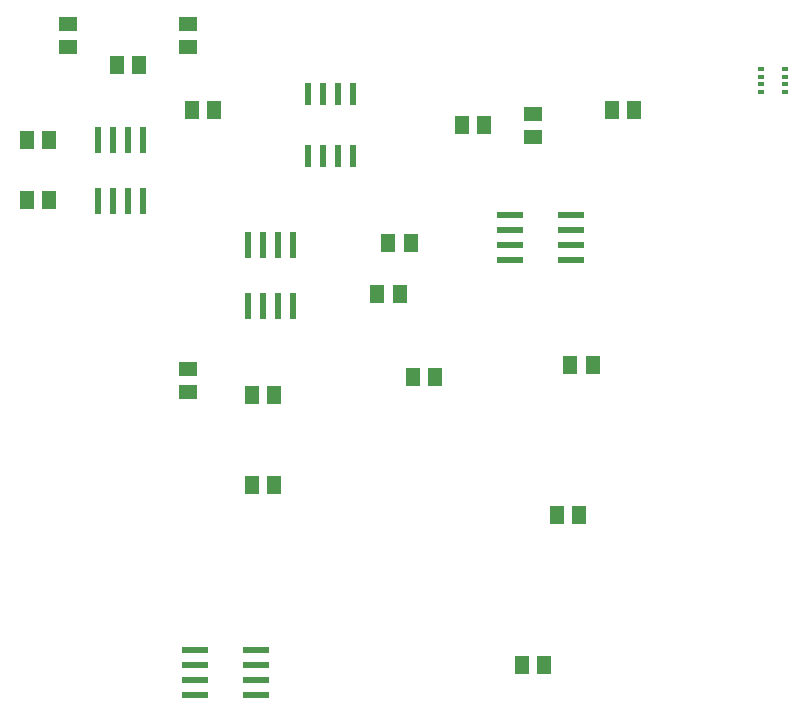
<source format=gtp>
G75*
%MOIN*%
%OFA0B0*%
%FSLAX25Y25*%
%IPPOS*%
%LPD*%
%AMOC8*
5,1,8,0,0,1.08239X$1,22.5*
%
%ADD10R,0.02400X0.07500*%
%ADD11R,0.05118X0.05906*%
%ADD12R,0.05906X0.05118*%
%ADD13R,0.02362X0.08661*%
%ADD14R,0.08661X0.02362*%
%ADD15R,0.01969X0.01378*%
D10*
X0130000Y0245650D03*
X0135000Y0245650D03*
X0140000Y0245650D03*
X0145000Y0245650D03*
X0145000Y0266250D03*
X0140000Y0266250D03*
X0135000Y0266250D03*
X0130000Y0266250D03*
D11*
X0098740Y0260950D03*
X0091260Y0260950D03*
X0073740Y0275950D03*
X0066260Y0275950D03*
X0043740Y0250950D03*
X0036260Y0250950D03*
X0036260Y0230950D03*
X0043740Y0230950D03*
X0111260Y0165950D03*
X0118740Y0165950D03*
X0118740Y0135950D03*
X0111260Y0135950D03*
X0164910Y0172075D03*
X0172390Y0172075D03*
X0160590Y0199825D03*
X0153110Y0199825D03*
X0156710Y0216850D03*
X0164190Y0216850D03*
X0181260Y0255950D03*
X0188740Y0255950D03*
X0231260Y0260950D03*
X0238740Y0260950D03*
X0224915Y0176175D03*
X0217435Y0176175D03*
X0220340Y0125950D03*
X0212860Y0125950D03*
X0208740Y0075950D03*
X0201260Y0075950D03*
D12*
X0090000Y0167210D03*
X0090000Y0174690D03*
X0090000Y0282210D03*
X0090000Y0289690D03*
X0050000Y0289690D03*
X0050000Y0282210D03*
X0205000Y0259690D03*
X0205000Y0252210D03*
D13*
X0125000Y0216186D03*
X0120000Y0216186D03*
X0115000Y0216186D03*
X0110000Y0216186D03*
X0110000Y0195714D03*
X0115000Y0195714D03*
X0120000Y0195714D03*
X0125000Y0195714D03*
X0075000Y0230714D03*
X0070000Y0230714D03*
X0065000Y0230714D03*
X0060000Y0230714D03*
X0060000Y0251186D03*
X0065000Y0251186D03*
X0070000Y0251186D03*
X0075000Y0251186D03*
D14*
X0092264Y0065950D03*
X0092264Y0070950D03*
X0092264Y0075950D03*
X0092264Y0080950D03*
X0112736Y0080950D03*
X0112736Y0075950D03*
X0112736Y0070950D03*
X0112736Y0065950D03*
X0197264Y0210950D03*
X0197264Y0215950D03*
X0197264Y0220950D03*
X0197264Y0225950D03*
X0217736Y0225950D03*
X0217736Y0220950D03*
X0217736Y0215950D03*
X0217736Y0210950D03*
D15*
X0280965Y0267111D03*
X0280965Y0269670D03*
X0280965Y0272230D03*
X0280965Y0274789D03*
X0289035Y0274789D03*
X0289035Y0272230D03*
X0289035Y0269670D03*
X0289035Y0267111D03*
M02*

</source>
